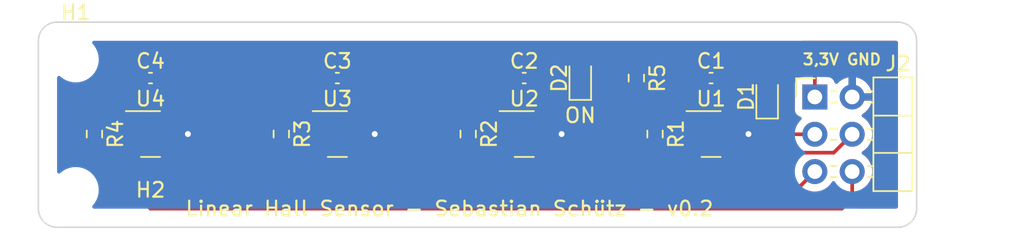
<source format=kicad_pcb>
(kicad_pcb (version 20211014) (generator pcbnew)
  (layers (0 "F.Cu" signal) (31 "B.Cu" signal) (34 "B.Paste" user) (35 "F.Paste" user) (36 "B.SilkS" user "B.Silkscreen") (37 "F.SilkS" user "F.Silkscreen") (38 "B.Mask" user) (39 "F.Mask" user) (44 "Edge.Cuts" user))
  (net 0 "")
  (net 1 "+3.3V")
  (net 2 "GND")
  (net 3 "Net-(J2-Pad3)")
  (net 4 "Net-(J2-Pad4)")
  (net 5 "Net-(J2-Pad5)")
  (net 6 "Net-(J2-Pad6)")
  (net 7 "Net-(D2-Pad2)")
  (footprint "Resistor_SMD:R_0603_1608Metric" (layer "F.Cu") (at 163.83 102.87 -90)
    (fp_text reference "R2" (at 0 -1.43 90) (layer "F.SilkS"))
    (fp_text value "4,7 k")
    (fp_line (start -0.237258 0.5225) (end 0.237258 0.5225) (layer "F.SilkS") (width 0.12))
    (fp_line (start -0.237258 -0.5225) (end 0.237258 -0.5225) (layer "F.SilkS") (width 0.12))
    (pad "1" smd roundrect (at -0.825 0 270) (size 0.8 0.95) (layers "F.Cu" "F.Paste" "F.Mask") (net 1 "+3.3V"))
    (pad "2" smd roundrect (at 0.825 0 270) (size 0.8 0.95) (layers "F.Cu" "F.Paste" "F.Mask") (net 4 "Net-(J2-Pad4)"))
  )
  (footprint "Diode_SMD:D_0603_1608Metric" (layer "F.Cu") (at 184.15 100.33 90)
    (fp_text reference "D1" (at 0 -1.43 90) (layer "F.SilkS"))
    (fp_text value "DIODE")
    (fp_line (start -1.485 -0.735) (end -1.485 0.735) (layer "F.SilkS") (width 0.12))
    (fp_line (start -1.485 0.735) (end 0.8 0.735) (layer "F.SilkS") (width 0.12))
    (fp_line (start 0.8 -0.735) (end -1.485 -0.735) (layer "F.SilkS") (width 0.12))
    (pad "1" smd roundrect (at -0.7875 0 90) (size 0.875 0.95) (layers "F.Cu" "F.Paste" "F.Mask") (net 2 "GND"))
    (pad "2" smd roundrect (at 0.7875 0 90) (size 0.875 0.95) (layers "F.Cu" "F.Paste" "F.Mask") (net 1 "+3.3V"))
  )
  (footprint "Resistor_SMD:R_0603_1608Metric" (layer "F.Cu") (at 138.43 102.87 -90)
    (fp_text reference "R4" (at 0 -1.43 90) (layer "F.SilkS"))
    (fp_text value "4,7 k")
    (fp_line (start -0.237258 -0.5225) (end 0.237258 -0.5225) (layer "F.SilkS") (width 0.12))
    (fp_line (start -0.237258 0.5225) (end 0.237258 0.5225) (layer "F.SilkS") (width 0.12))
    (pad "1" smd roundrect (at -0.825 0 270) (size 0.8 0.95) (layers "F.Cu" "F.Paste" "F.Mask") (net 1 "+3.3V"))
    (pad "2" smd roundrect (at 0.825 0 270) (size 0.8 0.95) (layers "F.Cu" "F.Paste" "F.Mask") (net 6 "Net-(J2-Pad6)"))
  )
  (footprint "Resistor_SMD:R_0603_1608Metric" (layer "F.Cu") (at 175.26 99.06 -90)
    (fp_text reference "R5" (at 0 -1.43 90) (layer "F.SilkS"))
    (fp_text value "220")
    (fp_line (start -0.237258 0.5225) (end 0.237258 0.5225) (layer "F.SilkS") (width 0.12))
    (fp_line (start -0.237258 -0.5225) (end 0.237258 -0.5225) (layer "F.SilkS") (width 0.12))
    (pad "1" smd roundrect (at -0.825 0 270) (size 0.8 0.95) (layers "F.Cu" "F.Paste" "F.Mask") (net 1 "+3.3V"))
    (pad "2" smd roundrect (at 0.825 0 270) (size 0.8 0.95) (layers "F.Cu" "F.Paste" "F.Mask") (net 7 "Net-(D2-Pad2)"))
  )
  (footprint "Package_TO_SOT_SMD:SOT-23" (layer "F.Cu") (at 154.94 102.87)
    (fp_text reference "U3" (at 0 -2.4) (layer "F.SilkS"))
    (fp_text value "DRV5057A2QDBZT")
    (fp_line (start 0 -1.56) (end 0.65 -1.56) (layer "F.SilkS") (width 0.12))
    (fp_line (start 0 1.56) (end -0.65 1.56) (layer "F.SilkS") (width 0.12))
    (fp_line (start 0 -1.56) (end -1.675 -1.56) (layer "F.SilkS") (width 0.12))
    (fp_line (start 0 1.56) (end 0.65 1.56) (layer "F.SilkS") (width 0.12))
    (pad "1" smd roundrect (at -0.9375 -0.95) (size 1.475 0.6) (layers "F.Cu" "F.Paste" "F.Mask") (net 1 "+3.3V"))
    (pad "2" smd roundrect (at -0.9375 0.95) (size 1.475 0.6) (layers "F.Cu" "F.Paste" "F.Mask") (net 5 "Net-(J2-Pad5)"))
    (pad "3" smd roundrect (at 0.9375 0) (size 1.475 0.6) (layers "F.Cu" "F.Paste" "F.Mask") (net 2 "GND"))
  )
  (footprint "Capacitor_SMD:C_0402_1005Metric" (layer "F.Cu") (at 154.94 99.06)
    (fp_text reference "C3" (at 0 -1.16) (layer "F.SilkS"))
    (fp_text value "10 µF")
    (fp_line (start -0.107836 -0.36) (end 0.107836 -0.36) (layer "F.SilkS") (width 0.12))
    (fp_line (start -0.107836 0.36) (end 0.107836 0.36) (layer "F.SilkS") (width 0.12))
    (pad "1" smd roundrect (at -0.48 0) (size 0.56 0.62) (layers "F.Cu" "F.Paste" "F.Mask") (net 1 "+3.3V"))
    (pad "2" smd roundrect (at 0.48 0) (size 0.56 0.62) (layers "F.Cu" "F.Paste" "F.Mask") (net 2 "GND"))
  )
  (footprint "Resistor_SMD:R_0603_1608Metric" (layer "F.Cu") (at 176.53 102.87 -90)
    (fp_text reference "R1" (at 0 -1.43 90) (layer "F.SilkS"))
    (fp_text value "4,7 k")
    (fp_line (start -0.237258 0.5225) (end 0.237258 0.5225) (layer "F.SilkS") (width 0.12))
    (fp_line (start -0.237258 -0.5225) (end 0.237258 -0.5225) (layer "F.SilkS") (width 0.12))
    (pad "1" smd roundrect (at -0.825 0 270) (size 0.8 0.95) (layers "F.Cu" "F.Paste" "F.Mask") (net 1 "+3.3V"))
    (pad "2" smd roundrect (at 0.825 0 270) (size 0.8 0.95) (layers "F.Cu" "F.Paste" "F.Mask") (net 3 "Net-(J2-Pad3)"))
  )
  (footprint "MountingHole:MountingHole_2.1mm" (layer "F.Cu") (at 137.16 106.68)
    (fp_text reference "H2" (at 5.08 0) (layer "F.SilkS"))
    (fp_text value "MountingHole")
    (pad "" np_thru_hole circle (at 0 0) (size 2.1 2.1) (drill 2.1) (layers *.Cu *.Mask))
  )
  (footprint "MountingHole:MountingHole_2.1mm" (layer "F.Cu") (at 137.16 97.79)
    (fp_text reference "H1" (at 0 -3.2) (layer "F.SilkS"))
    (fp_text value "MountingHole")
    (pad "" np_thru_hole circle (at 0 0) (size 2.1 2.1) (drill 2.1) (layers *.Cu *.Mask))
  )
  (footprint "Package_TO_SOT_SMD:SOT-23" (layer "F.Cu") (at 142.24 102.87)
    (fp_text reference "U4" (at 0 -2.4) (layer "F.SilkS"))
    (fp_text value "DRV5057A2QDBZT")
    (fp_line (start 0 -1.56) (end -1.675 -1.56) (layer "F.SilkS") (width 0.12))
    (fp_line (start 0 -1.56) (end 0.65 -1.56) (layer "F.SilkS") (width 0.12))
    (fp_line (start 0 1.56) (end 0.65 1.56) (layer "F.SilkS") (width 0.12))
    (fp_line (start 0 1.56) (end -0.65 1.56) (layer "F.SilkS") (width 0.12))
    (pad "1" smd roundrect (at -0.9375 -0.95) (size 1.475 0.6) (layers "F.Cu" "F.Paste" "F.Mask") (net 1 "+3.3V"))
    (pad "2" smd roundrect (at -0.9375 0.95) (size 1.475 0.6) (layers "F.Cu" "F.Paste" "F.Mask") (net 6 "Net-(J2-Pad6)"))
    (pad "3" smd roundrect (at 0.9375 0) (size 1.475 0.6) (layers "F.Cu" "F.Paste" "F.Mask") (net 2 "GND"))
  )
  (footprint "Connector_PinHeader_2.54mm:PinHeader_2x03_P2.54mm_Horizontal" (layer "F.Cu") (at 187.39 100.345)
    (fp_text reference "J2" (at 5.655 -2.27) (layer "F.SilkS"))
    (fp_text value "Conn_02x03_Odd_Even")
    (fp_line (start -1.27 -1.27) (end 0 -1.27) (layer "F.SilkS") (width 0.12))
    (fp_line (start 1.042929 4.7) (end 1.497071 4.7) (layer "F.SilkS") (width 0.12))
    (fp_line (start 3.98 1.27) (end 6.64 1.27) (layer "F.SilkS") (width 0.12))
    (fp_line (start 1.11 -0.38) (end 1.497071 -0.38) (layer "F.SilkS") (width 0.12))
    (fp_line (start -1.27 0) (end -1.27 -1.27) (layer "F.SilkS") (width 0.12))
    (fp_line (start 3.582929 -0.38) (end 3.98 -0.38) (layer "F.SilkS") (width 0.12))
    (fp_line (start 3.98 3.81) (end 6.64 3.81) (layer "F.SilkS") (width 0.12))
    (fp_line (start 3.582929 5.46) (end 3.98 5.46) (layer "F.SilkS") (width 0.12))
    (fp_line (start 3.582929 2.92) (end 3.98 2.92) (layer "F.SilkS") (width 0.12))
    (fp_line (start 3.98 -1.33) (end 3.98 6.41) (layer "F.SilkS") (width 0.12))
    (fp_line (start 3.582929 2.16) (end 3.98 2.16) (layer "F.SilkS") (width 0.12))
    (fp_line (start 6.64 6.41) (end 6.64 -1.33) (layer "F.SilkS") (width 0.12))
    (fp_line (start 1.042929 2.92) (end 1.497071 2.92) (layer "F.SilkS") (width 0.12))
    (fp_line (start 6.64 -1.33) (end 3.98 -1.33) (layer "F.SilkS") (width 0.12))
    (fp_line (start 1.042929 5.46) (end 1.497071 5.46) (layer "F.SilkS") (width 0.12))
    (fp_line (start 3.582929 4.7) (end 3.98 4.7) (layer "F.SilkS") (width 0.12))
    (fp_line (start 3.98 6.41) (end 6.64 6.41) (layer "F.SilkS") (width 0.12))
    (fp_line (start 1.042929 2.16) (end 1.497071 2.16) (layer "F.SilkS") (width 0.12))
    (fp_line (start 1.11 0.38) (end 1.497071 0.38) (layer "F.SilkS") (width 0.12))
    (fp_line (start 3.582929 0.38) (end 3.98 0.38) (layer "F.SilkS") (width 0.12))
    (pad "1" thru_hole rect (at 0 0) (size 1.7 1.7) (drill 1) (layers *.Cu *.Mask) (net 1 "+3.3V"))
    (pad "2" thru_hole oval (at 2.54 0) (size 1.7 1.7) (drill 1) (layers *.Cu *.Mask) (net 2 "GND"))
    (pad "3" thru_hole oval (at 0 2.54) (size 1.7 1.7) (drill 1) (layers *.Cu *.Mask) (net 3 "Net-(J2-Pad3)"))
    (pad "4" thru_hole oval (at 2.54 2.54) (size 1.7 1.7) (drill 1) (layers *.Cu *.Mask) (net 4 "Net-(J2-Pad4)"))
    (pad "5" thru_hole oval (at 0 5.08) (size 1.7 1.7) (drill 1) (layers *.Cu *.Mask) (net 5 "Net-(J2-Pad5)"))
    (pad "6" thru_hole oval (at 2.54 5.08) (size 1.7 1.7) (drill 1) (layers *.Cu *.Mask) (net 6 "Net-(J2-Pad6)"))
  )
  (footprint "Resistor_SMD:R_0603_1608Metric" (layer "F.Cu") (at 151.13 102.87 -90)
    (fp_text reference "R3" (at 0 -1.43 90) (layer "F.SilkS"))
    (fp_text value "4,7 k")
    (fp_line (start -0.237258 0.5225) (end 0.237258 0.5225) (layer "F.SilkS") (width 0.12))
    (fp_line (start -0.237258 -0.5225) (end 0.237258 -0.5225) (layer "F.SilkS") (width 0.12))
    (pad "1" smd roundrect (at -0.825 0 270) (size 0.8 0.95) (layers "F.Cu" "F.Paste" "F.Mask") (net 1 "+3.3V"))
    (pad "2" smd roundrect (at 0.825 0 270) (size 0.8 0.95) (layers "F.Cu" "F.Paste" "F.Mask") (net 5 "Net-(J2-Pad5)"))
  )
  (footprint "LED_SMD:LED_0603_1608Metric" (layer "F.Cu") (at 171.45 99.06 90)
    (fp_text reference "D2" (at 0 -1.43 90) (layer "F.SilkS"))
    (fp_text value "LED")
    (fp_line (start 0.8 -0.735) (end -1.485 -0.735) (layer "F.SilkS") (width 0.12))
    (fp_line (start -1.485 -0.735) (end -1.485 0.735) (layer "F.SilkS") (width 0.12))
    (fp_line (start -1.485 0.735) (end 0.8 0.735) (layer "F.SilkS") (width 0.12))
    (pad "1" smd roundrect (at -0.7875 0 90) (size 0.875 0.95) (layers "F.Cu" "F.Paste" "F.Mask") (net 2 "GND"))
    (pad "2" smd roundrect (at 0.7875 0 90) (size 0.875 0.95) (layers "F.Cu" "F.Paste" "F.Mask") (net 7 "Net-(D2-Pad2)"))
  )
  (footprint "Capacitor_SMD:C_0402_1005Metric" (layer "F.Cu") (at 180.34 99.06)
    (fp_text reference "C1" (at 0 -1.16) (layer "F.SilkS"))
    (fp_text value "10 µF")
    (fp_line (start -0.107836 0.36) (end 0.107836 0.36) (layer "F.SilkS") (width 0.12))
    (fp_line (start -0.107836 -0.36) (end 0.107836 -0.36) (layer "F.SilkS") (width 0.12))
    (pad "1" smd roundrect (at -0.48 0) (size 0.56 0.62) (layers "F.Cu" "F.Paste" "F.Mask") (net 1 "+3.3V"))
    (pad "2" smd roundrect (at 0.48 0) (size 0.56 0.62) (layers "F.Cu" "F.Paste" "F.Mask") (net 2 "GND"))
  )
  (footprint "Package_TO_SOT_SMD:SOT-23" (layer "F.Cu") (at 167.64 102.87)
    (fp_text reference "U2" (at 0 -2.4) (layer "F.SilkS"))
    (fp_text value "DRV5057A2QDBZT")
    (fp_line (start 0 -1.56) (end 0.65 -1.56) (layer "F.SilkS") (width 0.12))
    (fp_line (start 0 1.56) (end 0.65 1.56) (layer "F.SilkS") (width 0.12))
    (fp_line (start 0 1.56) (end -0.65 1.56) (layer "F.SilkS") (width 0.12))
    (fp_line (start 0 -1.56) (end -1.675 -1.56) (layer "F.SilkS") (width 0.12))
    (pad "1" smd roundrect (at -0.9375 -0.95) (size 1.475 0.6) (layers "F.Cu" "F.Paste" "F.Mask") (net 1 "+3.3V"))
    (pad "2" smd roundrect (at -0.9375 0.95) (size 1.475 0.6) (layers "F.Cu" "F.Paste" "F.Mask") (net 4 "Net-(J2-Pad4)"))
    (pad "3" smd roundrect (at 0.9375 0) (size 1.475 0.6) (layers "F.Cu" "F.Paste" "F.Mask") (net 2 "GND"))
  )
  (footprint "Package_TO_SOT_SMD:SOT-23" (layer "F.Cu") (at 180.34 102.87)
    (fp_text reference "U1" (at 0 -2.4) (layer "F.SilkS"))
    (fp_text value "DRV5057A2QDBZT")
    (fp_line (start 0 -1.56) (end 0.65 -1.56) (layer "F.SilkS") (width 0.12))
    (fp_line (start 0 1.56) (end 0.65 1.56) (layer "F.SilkS") (width 0.12))
    (fp_line (start 0 -1.56) (end -1.675 -1.56) (layer "F.SilkS") (width 0.12))
    (fp_line (start 0 1.56) (end -0.65 1.56) (layer "F.SilkS") (width 0.12))
    (pad "1" smd roundrect (at -0.9375 -0.95) (size 1.475 0.6) (layers "F.Cu" "F.Paste" "F.Mask") (net 1 "+3.3V"))
    (pad "2" smd roundrect (at -0.9375 0.95) (size 1.475 0.6) (layers "F.Cu" "F.Paste" "F.Mask") (net 3 "Net-(J2-Pad3)"))
    (pad "3" smd roundrect (at 0.9375 0) (size 1.475 0.6) (layers "F.Cu" "F.Paste" "F.Mask") (net 2 "GND"))
  )
  (footprint "Capacitor_SMD:C_0402_1005Metric" (layer "F.Cu") (at 167.64 99.06)
    (fp_text reference "C2" (at 0 -1.16) (layer "F.SilkS"))
    (fp_text value "10 µF")
    (fp_line (start -0.107836 0.36) (end 0.107836 0.36) (layer "F.SilkS") (width 0.12))
    (fp_line (start -0.107836 -0.36) (end 0.107836 -0.36) (layer "F.SilkS") (width 0.12))
    (pad "1" smd roundrect (at -0.48 0) (size 0.56 0.62) (layers "F.Cu" "F.Paste" "F.Mask") (net 1 "+3.3V"))
    (pad "2" smd roundrect (at 0.48 0) (size 0.56 0.62) (layers "F.Cu" "F.Paste" "F.Mask") (net 2 "GND"))
  )
  (footprint "Capacitor_SMD:C_0402_1005Metric" (layer "F.Cu") (at 142.24 99.06)
    (fp_text reference "C4" (at 0 -1.16) (layer "F.SilkS"))
    (fp_text value "10 µF")
    (fp_line (start -0.107836 -0.36) (end 0.107836 -0.36) (layer "F.SilkS") (width 0.12))
    (fp_line (start -0.107836 0.36) (end 0.107836 0.36) (layer "F.SilkS") (width 0.12))
    (pad "1" smd roundrect (at -0.48 0) (size 0.56 0.62) (layers "F.Cu" "F.Paste" "F.Mask") (net 1 "+3.3V"))
    (pad "2" smd roundrect (at 0.48 0) (size 0.56 0.62) (layers "F.Cu" "F.Paste" "F.Mask") (net 2 "GND"))
  )
  (gr_arc (start 134.62 96.52) (mid 134.991974 95.621974) (end 135.89 95.25) (layer "Edge.Cuts") (width 0.1))
  (gr_line (start 134.62 107.95) (end 134.62 96.52) (layer "Edge.Cuts") (width 0.1))
  (gr_arc (start 193.04 95.25) (mid 193.938026 95.621974) (end 194.31 96.52) (layer "Edge.Cuts") (width 0.1))
  (gr_arc (start 135.89 109.22) (mid 134.991974 108.848026) (end 134.62 107.95) (layer "Edge.Cuts") (width 0.1))
  (gr_line (start 135.89 95.25) (end 193.04 95.25) (layer "Edge.Cuts") (width 0.1))
  (gr_line (start 193.04 109.22) (end 135.89 109.22) (layer "Edge.Cuts") (width 0.1))
  (gr_arc (start 194.31 107.95) (mid 193.938026 108.848026) (end 193.04 109.22) (layer "Edge.Cuts") (width 0.1))
  (gr_line (start 194.31 96.52) (end 194.31 107.95) (layer "Edge.Cuts") (width 0.1))
  (gr_text "Linear Hall Sensor - Sebastian Schütz - v0.2" (at 162.56 107.95) (layer "F.SilkS") (effects (font (size 1 1))))
  (gr_text "3,3V GND" (at 189.23 97.79) (layer "F.SilkS") (effects (font (size 0.75 0.75))))
  (gr_text "ON" (at 171.45 101.6) (layer "F.SilkS") (effects (font (size 1 1))))
  (segment (start 166.7025 101.92) (end 163.955 101.92) (width 0.25) (layer "F.Cu") (net 1))
  (segment (start 179.4025 101.92) (end 176.655 101.92) (width 0.25) (layer "F.Cu") (net 1))
  (segment (start 167.16 99.06) (end 166.7025 99.5175) (width 0.25) (layer "F.Cu") (net 1))
  (segment (start 141.76 99.06) (end 141.3025 99.5175) (width 0.25) (layer "F.Cu") (net 1))
  (segment (start 138.555 101.92) (end 138.43 102.045) (width 0.25) (layer "F.Cu") (net 1))
  (segment (start 163.955 101.92) (end 163.83 102.045) (width 0.25) (layer "F.Cu") (net 1))
  (segment (start 141.3025 99.5175) (end 141.3025 101.92) (width 0.25) (layer "F.Cu") (net 1))
  (segment (start 154.0025 99.5175) (end 154.0025 101.92) (width 0.25) (layer "F.Cu") (net 1))
  (segment (start 154.46 97.31) (end 167.16 97.31) (width 0.25) (layer "F.Cu") (net 1))
  (segment (start 154.46 99.06) (end 154.46 97.31) (width 0.25) (layer "F.Cu") (net 1))
  (segment (start 167.16 97.31) (end 174.47 97.31) (width 0.25) (layer "F.Cu") (net 1))
  (segment (start 179.86 99.06) (end 179.86 97.31) (width 0.25) (layer "F.Cu") (net 1))
  (segment (start 166.7025 99.5175) (end 166.7025 101.92) (width 0.25) (layer "F.Cu") (net 1))
  (segment (start 175.26 98.235) (end 175.26 97.79) (width 0.25) (layer "F.Cu") (net 1))
  (segment (start 184.63 97.31) (end 186.21 97.31) (width 0.25) (layer "F.Cu") (net 1))
  (segment (start 176.655 101.92) (end 176.53 102.045) (width 0.25) (layer "F.Cu") (net 1))
  (segment (start 179.86 97.31) (end 184.63 97.31) (width 0.25) (layer "F.Cu") (net 1))
  (segment (start 141.76 97.31) (end 154.46 97.31) (width 0.25) (layer "F.Cu") (net 1))
  (segment (start 175.74 97.31) (end 179.86 97.31) (width 0.25) (layer "F.Cu") (net 1))
  (segment (start 184.15 99.5425) (end 184.15 97.79) (width 0.25) (layer "F.Cu") (net 1))
  (segment (start 186.21 97.31) (end 187.39 98.49) (width 0.25) (layer "F.Cu") (net 1))
  (segment (start 187.39 98.49) (end 187.39 100.345) (width 0.25) (layer "F.Cu") (net 1))
  (segment (start 184.15 97.79) (end 184.63 97.31) (width 0.25) (layer "F.Cu") (net 1))
  (segment (start 174.47 97.31) (end 175.74 97.31) (width 0.25) (layer "F.Cu") (net 1))
  (segment (start 167.16 99.06) (end 167.16 97.31) (width 0.25) (layer "F.Cu") (net 1))
  (segment (start 179.4025 99.5175) (end 179.4025 101.92) (width 0.25) (layer "F.Cu") (net 1))
  (segment (start 175.26 97.79) (end 175.74 97.31) (width 0.25) (layer "F.Cu") (net 1))
  (segment (start 154.46 99.06) (end 154.0025 99.5175) (width 0.25) (layer "F.Cu") (net 1))
  (segment (start 179.86 99.06) (end 179.4025 99.5175) (width 0.25) (layer "F.Cu") (net 1))
  (segment (start 141.3025 101.92) (end 138.555 101.92) (width 0.25) (layer "F.Cu") (net 1))
  (segment (start 141.76 99.06) (end 141.76 97.31) (width 0.25) (layer "F.Cu") (net 1))
  (segment (start 151.255 101.92) (end 151.13 102.045) (width 0.25) (layer "F.Cu") (net 1))
  (segment (start 154.0025 101.92) (end 151.255 101.92) (width 0.25) (layer "F.Cu") (net 1))
  (segment (start 143.1775 102.87) (end 144.78 102.87) (width 0.25) (layer "F.Cu") (net 2))
  (segment (start 155.8775 102.87) (end 157.48 102.87) (width 0.25) (layer "F.Cu") (net 2))
  (segment (start 171.45 101.6) (end 170.18 102.87) (width 0.25) (layer "F.Cu") (net 2))
  (segment (start 184.15 101.1175) (end 184.15 102.87) (width 0.25) (layer "F.Cu") (net 2))
  (segment (start 184.15 102.87) (end 182.88 102.87) (width 0.25) (layer "F.Cu") (net 2))
  (segment (start 181.2775 99.5175) (end 181.2775 102.87) (width 0.25) (layer "F.Cu") (net 2))
  (segment (start 168.12 99.06) (end 168.5775 99.5175) (width 0.25) (layer "F.Cu") (net 2))
  (segment (start 155.8775 99.5175) (end 155.8775 102.87) (width 0.25) (layer "F.Cu") (net 2))
  (segment (start 180.82 99.06) (end 181.2775 99.5175) (width 0.25) (layer "F.Cu") (net 2))
  (segment (start 168.5775 99.5175) (end 168.5775 102.87) (width 0.25) (layer "F.Cu") (net 2))
  (segment (start 143.1775 99.5175) (end 143.1775 102.87) (width 0.25) (layer "F.Cu") (net 2))
  (segment (start 171.45 99.8475) (end 171.45 101.6) (width 0.25) (layer "F.Cu") (net 2))
  (segment (start 181.2775 102.87) (end 182.88 102.87) (width 0.25) (layer "F.Cu") (net 2))
  (segment (start 168.5775 102.87) (end 170.18 102.87) (width 0.25) (layer "F.Cu") (net 2))
  (segment (start 155.42 99.06) (end 155.8775 99.5175) (width 0.25) (layer "F.Cu") (net 2))
  (segment (start 142.72 99.06) (end 143.1775 99.5175) (width 0.25) (layer "F.Cu") (net 2))
  (via (at 182.88 102.87) (size 0.8) (drill 0.4) (layers "F.Cu" "B.Cu") (net 2))
  (via (at 170.18 102.87) (size 0.8) (drill 0.4) (layers "F.Cu" "B.Cu") (net 2))
  (via (at 144.78 102.87) (size 0.8) (drill 0.4) (layers "F.Cu" "B.Cu") (net 2))
  (via (at 157.48 102.87) (size 0.8) (drill 0.4) (layers "F.Cu" "B.Cu") (net 2))
  (segment (start 179.4025 103.82) (end 176.655 103.82) (width 0.25) (layer "F.Cu") (net 3))
  (segment (start 176.655 103.82) (end 176.53 103.695) (width 0.25) (layer "F.Cu") (net 3))
  (segment (start 185.42 102.87) (end 185.435 102.885) (width 0.25) (layer "F.Cu") (net 3))
  (segment (start 185.435 102.885) (end 187.39 102.885) (width 0.25) (layer "F.Cu") (net 3))
  (segment (start 179.4025 103.82) (end 184.47 103.82) (width 0.25) (layer "F.Cu") (net 3))
  (segment (start 184.47 103.82) (end 185.42 102.87) (width 0.25) (layer "F.Cu") (net 3))
  (segment (start 166.7025 103.82) (end 163.955 103.82) (width 0.25) (layer "F.Cu") (net 4))
  (segment (start 188.675 104.14) (end 185.42 104.14) (width 0.25) (layer "F.Cu") (net 4))
  (segment (start 168.2925 105.41) (end 184.15 105.41) (width 0.25) (layer "F.Cu") (net 4))
  (segment (start 184.15 105.41) (end 185.42 104.14) (width 0.25) (layer "F.Cu") (net 4))
  (segment (start 189.93 102.885) (end 188.675 104.14) (width 0.25) (layer "F.Cu") (net 4))
  (segment (start 166.7025 103.82) (end 168.2925 105.41) (width 0.25) (layer "F.Cu") (net 4))
  (segment (start 163.955 103.82) (end 163.83 103.695) (width 0.25) (layer "F.Cu") (net 4))
  (segment (start 186.135 106.68) (end 187.39 105.425) (width 0.25) (layer "F.Cu") (net 5))
  (segment (start 151.255 103.82) (end 151.13 103.695) (width 0.25) (layer "F.Cu") (net 5))
  (segment (start 154.94 106.68) (end 186.135 106.68) (width 0.25) (layer "F.Cu") (net 5))
  (segment (start 154.0025 105.7425) (end 154.94 106.68) (width 0.25) (layer "F.Cu") (net 5))
  (segment (start 154.0025 103.82) (end 154.0025 105.7425) (width 0.25) (layer "F.Cu") (net 5))
  (segment (start 154.0025 103.82) (end 151.255 103.82) (width 0.25) (layer "F.Cu") (net 5))
  (segment (start 141.3025 107.0125) (end 142.24 107.95) (width 0.25) (layer "F.Cu") (net 6))
  (segment (start 189.23 107.95) (end 189.93 107.25) (width 0.25) (layer "F.Cu") (net 6))
  (segment (start 142.24 107.95) (end 189.23 107.95) (width 0.25) (layer "F.Cu") (net 6))
  (segment (start 189.93 107.25) (end 189.93 105.425) (width 0.25) (layer "F.Cu") (net 6))
  (segment (start 141.3025 103.82) (end 138.555 103.82) (width 0.25) (layer "F.Cu") (net 6))
  (segment (start 138.555 103.82) (end 138.43 103.695) (width 0.25) (layer "F.Cu") (net 6))
  (segment (start 141.3025 103.82) (end 141.3025 107.0125) (width 0.25) (layer "F.Cu") (net 6))
  (segment (start 173.545 99.885) (end 171.9325 98.2725) (width 0.25) (layer "F.Cu") (net 7))
  (segment (start 175.26 99.885) (end 173.545 99.885) (width 0.25) (layer "F.Cu") (net 7))
  (segment (start 171.9325 98.2725) (end 171.45 98.2725) (width 0.25) (layer "F.Cu") (net 7))
  (zone (net 2) (net_name "GND") (layer "F.Cu") (connect_pads (clearance 0.508)) (min_thickness 0.254) (fill yes (thermal_gap 0.508) (thermal_bridge_width 0.508))
    (polygon (pts (xy 193.04 107.95) (xy 135.89 107.95) (xy 135.89 96.52) (xy 193.04 96.52)))
  )
  (zone (net 2) (net_name "GND") (layer "B.Cu") (connect_pads (clearance 0.508)) (min_thickness 0.254) (fill yes (thermal_gap 0.508) (thermal_bridge_width 0.508))
    (polygon (pts (xy 193.04 107.95) (xy 135.89 107.95) (xy 135.89 96.52) (xy 193.04 96.52)))
  )
)
</source>
